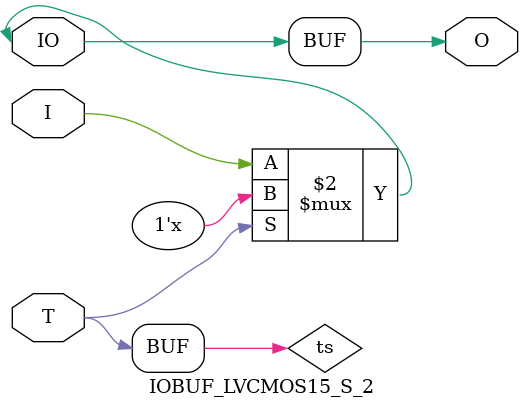
<source format=v>

/*

FUNCTION    : INPUT TRI-STATE OUTPUT BUFFER

*/

`celldefine
`timescale  100 ps / 10 ps

module IOBUF_LVCMOS15_S_2 (O, IO, I, T);

    output O;

    inout  IO;

    input  I, T;

    or O1 (ts, 1'b0, T);
    bufif0 T1 (IO, I, ts);

    buf B1 (O, IO);

endmodule

</source>
